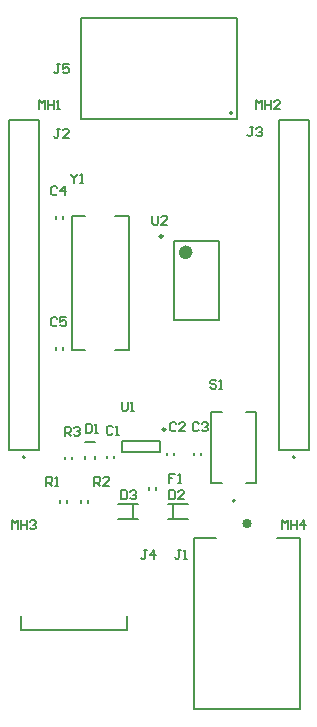
<source format=gto>
G04*
G04 #@! TF.GenerationSoftware,Altium Limited,Altium Designer,23.1.1 (15)*
G04*
G04 Layer_Color=65535*
%FSLAX44Y44*%
%MOMM*%
G71*
G04*
G04 #@! TF.SameCoordinates,3E9F2625-A0FB-4649-AC3E-977DFEA3D768*
G04*
G04*
G04 #@! TF.FilePolarity,Positive*
G04*
G01*
G75*
%ADD10C,0.6000*%
%ADD11C,0.2500*%
%ADD12C,0.1270*%
%ADD13C,0.2000*%
%ADD14C,0.4000*%
%ADD15C,0.1524*%
%ADD16C,0.2032*%
D10*
X166720Y-174620D02*
G03*
X166720Y-174620I-3000J0D01*
G01*
D11*
X144220Y-161120D02*
G03*
X144220Y-161120I-1250J0D01*
G01*
X146624Y-324590D02*
G03*
X146624Y-324590I-1250J0D01*
G01*
D12*
X203484Y-56630D02*
G03*
X203484Y-56630I-1414J0D01*
G01*
X67440Y-143660D02*
X78900D01*
X67440Y-257660D02*
Y-143660D01*
Y-257660D02*
X78900D01*
X103980D02*
X115440D01*
Y-143660D01*
X103980D02*
X115440D01*
X152700Y-400334D02*
X165700D01*
X148700D02*
X152700D01*
X148700Y-387834D02*
X152700D01*
X165700D01*
X152700Y-400334D02*
Y-387834D01*
X119380Y-400334D02*
Y-387834D01*
X106380Y-400334D02*
X119380D01*
X123380D01*
X119380Y-387834D02*
X123380D01*
X106380D02*
X119380D01*
X74970Y-61330D02*
X206970D01*
X74970Y23670D02*
X206970D01*
X74970Y-61330D02*
Y23670D01*
X206970Y-61330D02*
Y23670D01*
X241215Y-416180D02*
X260715D01*
Y-561180D02*
Y-416180D01*
X170715D02*
X189215D01*
X170715Y-561180D02*
Y-416180D01*
Y-561180D02*
X260715D01*
X185470Y-369852D02*
Y-309852D01*
X194270D01*
X214670D02*
X223470D01*
Y-369852D02*
Y-309852D01*
X214670Y-369852D02*
X223470D01*
X185470D02*
X194270D01*
D13*
X256270Y-348130D02*
G03*
X256270Y-348130I-1000J0D01*
G01*
X27670D02*
G03*
X27670Y-348130I-1000J0D01*
G01*
X205470Y-384852D02*
G03*
X205470Y-384852I-1000J0D01*
G01*
X176990Y-346590D02*
Y-344590D01*
X170990Y-346590D02*
Y-344590D01*
X148130Y-346590D02*
Y-344590D01*
X154130Y-346590D02*
Y-344590D01*
X24590Y-493960D02*
Y-482460D01*
Y-493960D02*
X113990D01*
Y-482460D01*
X60150Y-146160D02*
Y-144160D01*
X54150Y-146160D02*
Y-144160D01*
X54150Y-257160D02*
Y-255160D01*
X60150Y-257160D02*
Y-255160D01*
X153720Y-231620D02*
Y-164620D01*
Y-231620D02*
X191720D01*
X153720Y-164620D02*
X191720D01*
Y-231620D02*
Y-164620D01*
X138890Y-375650D02*
Y-373650D01*
X132890Y-375650D02*
Y-373650D01*
X142124Y-343590D02*
Y-334590D01*
X110124Y-343590D02*
Y-334590D01*
X142124D01*
X110124Y-343590D02*
X142124D01*
X81100Y-386600D02*
Y-384600D01*
X75100Y-386600D02*
Y-384600D01*
X63480Y-386600D02*
Y-384600D01*
X57480Y-386600D02*
Y-384600D01*
X242570Y-341630D02*
X267970D01*
X242570Y-62230D02*
X267970D01*
X242570Y-341630D02*
Y-62230D01*
X267970Y-341630D02*
Y-62230D01*
X13970Y-341630D02*
X39370D01*
X13970Y-62230D02*
X39370D01*
X13970Y-341630D02*
Y-62230D01*
X39370Y-341630D02*
Y-62230D01*
X103330Y-348980D02*
Y-346980D01*
X97330Y-348980D02*
Y-346980D01*
X61770Y-349980D02*
Y-347980D01*
X67770Y-349980D02*
Y-347980D01*
D14*
X217715Y-404180D02*
G03*
X217715Y-404180I-2000J0D01*
G01*
D15*
X86812Y-349980D02*
Y-346980D01*
X78812Y-349980D02*
Y-346980D01*
X78312Y-334980D02*
X87312D01*
D16*
X130810Y-426975D02*
X128271D01*
X129541D01*
Y-433323D01*
X128271Y-434593D01*
X127002D01*
X125732Y-433323D01*
X137158Y-434593D02*
Y-426975D01*
X133350Y-430784D01*
X138428D01*
X109474Y-300993D02*
Y-307340D01*
X110744Y-308610D01*
X113283D01*
X114552Y-307340D01*
Y-300993D01*
X117092Y-308610D02*
X119631D01*
X118361D01*
Y-300993D01*
X117092Y-302262D01*
X57150Y-15241D02*
X54611D01*
X55881D01*
Y-21589D01*
X54611Y-22859D01*
X53342D01*
X52072Y-21589D01*
X64768Y-15241D02*
X59690D01*
Y-19050D01*
X62229Y-17780D01*
X63498D01*
X64768Y-19050D01*
Y-21589D01*
X63498Y-22859D01*
X60959D01*
X59690Y-21589D01*
X109222Y-375921D02*
Y-383539D01*
X113031D01*
X114300Y-382269D01*
Y-377191D01*
X113031Y-375921D01*
X109222D01*
X116840Y-377191D02*
X118109Y-375921D01*
X120648D01*
X121918Y-377191D01*
Y-378460D01*
X120648Y-379730D01*
X119379D01*
X120648D01*
X121918Y-381000D01*
Y-382269D01*
X120648Y-383539D01*
X118109D01*
X116840Y-382269D01*
X66802Y-108207D02*
Y-109476D01*
X69341Y-112015D01*
X71880Y-109476D01*
Y-108207D01*
X69341Y-112015D02*
Y-115824D01*
X74419D02*
X76959D01*
X75689D01*
Y-108207D01*
X74419Y-109476D01*
X135382Y-143766D02*
Y-150114D01*
X136652Y-151384D01*
X139191D01*
X140460Y-150114D01*
Y-143766D01*
X148078Y-151384D02*
X142999D01*
X148078Y-146306D01*
Y-145036D01*
X146808Y-143766D01*
X144269D01*
X142999Y-145036D01*
X189736Y-283720D02*
X188467Y-282451D01*
X185928D01*
X184658Y-283720D01*
Y-284990D01*
X185928Y-286259D01*
X188467D01*
X189736Y-287529D01*
Y-288798D01*
X188467Y-290068D01*
X185928D01*
X184658Y-288798D01*
X192276Y-290068D02*
X194815D01*
X193545D01*
Y-282451D01*
X192276Y-283720D01*
X61468Y-329930D02*
Y-322312D01*
X65277D01*
X66546Y-323582D01*
Y-326121D01*
X65277Y-327391D01*
X61468D01*
X64007D02*
X66546Y-329930D01*
X69085Y-323582D02*
X70355Y-322312D01*
X72894D01*
X74164Y-323582D01*
Y-324852D01*
X72894Y-326121D01*
X71625D01*
X72894D01*
X74164Y-327391D01*
Y-328660D01*
X72894Y-329930D01*
X70355D01*
X69085Y-328660D01*
X86362Y-372109D02*
Y-364491D01*
X90171D01*
X91440Y-365761D01*
Y-368300D01*
X90171Y-369570D01*
X86362D01*
X88901D02*
X91440Y-372109D01*
X99058D02*
X93980D01*
X99058Y-367030D01*
Y-365761D01*
X97788Y-364491D01*
X95249D01*
X93980Y-365761D01*
X45722Y-372109D02*
Y-364491D01*
X49530D01*
X50800Y-365761D01*
Y-368300D01*
X49530Y-369570D01*
X45722D01*
X48261D02*
X50800Y-372109D01*
X53339D02*
X55878D01*
X54609D01*
Y-364491D01*
X53339Y-365761D01*
X245113Y-408939D02*
Y-401321D01*
X247652Y-403860D01*
X250192Y-401321D01*
Y-408939D01*
X252731Y-401321D02*
Y-408939D01*
Y-405130D01*
X257809D01*
Y-401321D01*
Y-408939D01*
X264157D02*
Y-401321D01*
X260348Y-405130D01*
X265427D01*
X16513Y-408939D02*
Y-401321D01*
X19052Y-403860D01*
X21592Y-401321D01*
Y-408939D01*
X24131Y-401321D02*
Y-408939D01*
Y-405130D01*
X29209D01*
Y-401321D01*
Y-408939D01*
X31748Y-402591D02*
X33018Y-401321D01*
X35557D01*
X36827Y-402591D01*
Y-403860D01*
X35557Y-405130D01*
X34288D01*
X35557D01*
X36827Y-406400D01*
Y-407669D01*
X35557Y-408939D01*
X33018D01*
X31748Y-407669D01*
X223523Y-53339D02*
Y-45721D01*
X226063Y-48260D01*
X228602Y-45721D01*
Y-53339D01*
X231141Y-45721D02*
Y-53339D01*
Y-49530D01*
X236219D01*
Y-45721D01*
Y-53339D01*
X243837D02*
X238758D01*
X243837Y-48260D01*
Y-46991D01*
X242567Y-45721D01*
X240028D01*
X238758Y-46991D01*
X39373Y-53339D02*
Y-45721D01*
X41912Y-48260D01*
X44451Y-45721D01*
Y-53339D01*
X46990Y-45721D02*
Y-53339D01*
Y-49530D01*
X52069D01*
Y-45721D01*
Y-53339D01*
X54608D02*
X57147D01*
X55877D01*
Y-45721D01*
X54608Y-46991D01*
X220980Y-68581D02*
X218441D01*
X219711D01*
Y-74929D01*
X218441Y-76199D01*
X217172D01*
X215902Y-74929D01*
X223520Y-69851D02*
X224789Y-68581D01*
X227328D01*
X228598Y-69851D01*
Y-71120D01*
X227328Y-72390D01*
X226059D01*
X227328D01*
X228598Y-73660D01*
Y-74929D01*
X227328Y-76199D01*
X224789D01*
X223520Y-74929D01*
X57150Y-69851D02*
X54611D01*
X55881D01*
Y-76199D01*
X54611Y-77469D01*
X53342D01*
X52072Y-76199D01*
X64768Y-77469D02*
X59690D01*
X64768Y-72390D01*
Y-71121D01*
X63498Y-69851D01*
X60959D01*
X59690Y-71121D01*
X159512Y-426467D02*
X156973D01*
X158242D01*
Y-432815D01*
X156973Y-434085D01*
X155703D01*
X154434Y-432815D01*
X162051Y-434085D02*
X164590D01*
X163321D01*
Y-426467D01*
X162051Y-427737D01*
X154940Y-361951D02*
X149862D01*
Y-365760D01*
X152401D01*
X149862D01*
Y-369569D01*
X157480D02*
X160019D01*
X158749D01*
Y-361951D01*
X157480Y-363221D01*
X149862Y-375921D02*
Y-383539D01*
X153671D01*
X154940Y-382269D01*
Y-377191D01*
X153671Y-375921D01*
X149862D01*
X162558Y-383539D02*
X157480D01*
X162558Y-378460D01*
Y-377191D01*
X161288Y-375921D01*
X158749D01*
X157480Y-377191D01*
X78994Y-319534D02*
Y-327152D01*
X82803D01*
X84072Y-325882D01*
Y-320804D01*
X82803Y-319534D01*
X78994D01*
X86611Y-327152D02*
X89151D01*
X87881D01*
Y-319534D01*
X86611Y-320804D01*
X55116Y-230762D02*
X53847Y-229492D01*
X51308D01*
X50038Y-230762D01*
Y-235840D01*
X51308Y-237110D01*
X53847D01*
X55116Y-235840D01*
X62734Y-229492D02*
X57656D01*
Y-233301D01*
X60195Y-232032D01*
X61464D01*
X62734Y-233301D01*
Y-235840D01*
X61464Y-237110D01*
X58925D01*
X57656Y-235840D01*
X55116Y-119762D02*
X53847Y-118492D01*
X51308D01*
X50038Y-119762D01*
Y-124840D01*
X51308Y-126110D01*
X53847D01*
X55116Y-124840D01*
X61464Y-126110D02*
Y-118492D01*
X57656Y-122301D01*
X62734D01*
X174752Y-319787D02*
X173483Y-318517D01*
X170944D01*
X169674Y-319787D01*
Y-324865D01*
X170944Y-326135D01*
X173483D01*
X174752Y-324865D01*
X177292Y-319787D02*
X178561Y-318517D01*
X181100D01*
X182370Y-319787D01*
Y-321056D01*
X181100Y-322326D01*
X179831D01*
X181100D01*
X182370Y-323596D01*
Y-324865D01*
X181100Y-326135D01*
X178561D01*
X177292Y-324865D01*
X155702Y-319787D02*
X154433Y-318517D01*
X151894D01*
X150624Y-319787D01*
Y-324865D01*
X151894Y-326135D01*
X154433D01*
X155702Y-324865D01*
X163320Y-326135D02*
X158242D01*
X163320Y-321056D01*
Y-319787D01*
X162050Y-318517D01*
X159511D01*
X158242Y-319787D01*
X102106Y-322582D02*
X100837Y-321312D01*
X98298D01*
X97028Y-322582D01*
Y-327660D01*
X98298Y-328930D01*
X100837D01*
X102106Y-327660D01*
X104646Y-328930D02*
X107185D01*
X105915D01*
Y-321312D01*
X104646Y-322582D01*
M02*

</source>
